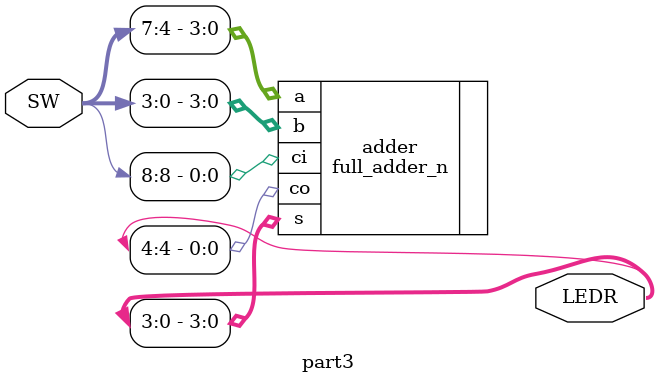
<source format=sv>
`default_nettype none

module part3 (
    input [8:0] SW,
    output [4:0] LEDR
);
    
    full_adder_n #(.N(4)) adder (
        .a(SW[7:4]),
        .b(SW[3:0]),
        .ci(SW[8]),
        .s(LEDR[3:0]),
        .co(LEDR[4])
    );

endmodule
</source>
